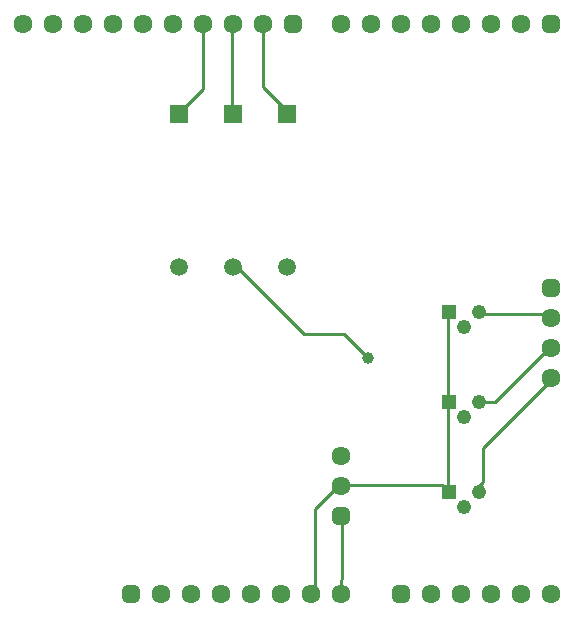
<source format=gbr>
G04 Generated by Ultiboard 14.1 *
%FSLAX34Y34*%
%MOMM*%

%ADD10C,0.0001*%
%ADD11C,0.2540*%
%ADD12C,1.6088*%
%ADD13R,0.5291X0.5291*%
%ADD14C,0.9949*%
%ADD15C,1.0000*%
%ADD16C,1.5000*%
%ADD17R,1.5000X1.5000*%
%ADD18C,1.2446*%
%ADD19R,1.2446X1.2446*%


G04 ColorRGB 00FF00 for the following layer *
%LNCopper Top*%
%LPD*%
G54D10*
G54D11*
X431800Y25400D02*
X428900Y22500D01*
X635000Y259080D02*
X631580Y262500D01*
X577500Y262500D01*
X575840Y264160D01*
X574040Y264160D01*
X548640Y111760D02*
X548640Y112500D01*
X457200Y91440D02*
X457500Y91440D01*
X457500Y37500D01*
X457200Y37200D01*
X457200Y25400D01*
X435000Y28600D02*
X431800Y25400D01*
X548640Y264160D02*
X547500Y264160D01*
X547500Y187960D01*
X548640Y187960D01*
X577500Y120000D02*
X574040Y116540D01*
X574040Y111760D01*
X548640Y187960D02*
X547500Y187960D01*
X547500Y111760D01*
X548640Y111760D01*
X459680Y245320D02*
X480000Y225000D01*
X425800Y245320D02*
X369320Y301800D01*
X459680Y245320D02*
X425800Y245320D01*
X369320Y301800D02*
X365760Y301800D01*
X635000Y206660D02*
X577500Y149160D01*
X635000Y206660D02*
X635000Y208280D01*
X577500Y149160D02*
X577500Y120000D01*
X633110Y233680D02*
X587390Y187960D01*
X574040Y187960D01*
X633110Y233680D02*
X635000Y233680D01*
X548640Y112500D02*
X547500Y112500D01*
X542420Y117580D02*
X456460Y117580D01*
X542420Y117580D02*
X547500Y112500D01*
X455304Y117684D02*
X456356Y117684D01*
X456460Y117580D02*
X456356Y117684D01*
X435000Y97380D02*
X435000Y28600D01*
X455304Y117684D02*
X435000Y97380D01*
X320040Y432624D02*
X340360Y452944D01*
X320040Y432624D02*
X320040Y431800D01*
X340360Y452944D02*
X340360Y508000D01*
X365080Y507320D02*
X365080Y431800D01*
X365760Y431800D01*
X365760Y508000D02*
X365080Y507320D01*
X411480Y434436D02*
X391160Y454756D01*
X411480Y434436D02*
X411480Y431800D01*
X391160Y454756D02*
X391160Y508000D01*
G54D12*
X457200Y25400D03*
X330200Y25400D03*
X304800Y25400D03*
X355600Y25400D03*
X406400Y25400D03*
X381000Y25400D03*
X431800Y25400D03*
X533400Y25400D03*
X558800Y25400D03*
X609600Y25400D03*
X584200Y25400D03*
X635000Y25400D03*
X340360Y508000D03*
X365760Y508000D03*
X391160Y508000D03*
X289560Y508000D03*
X314960Y508000D03*
X264160Y508000D03*
X213360Y508000D03*
X238760Y508000D03*
X187960Y508000D03*
X457200Y508000D03*
X584200Y508000D03*
X609600Y508000D03*
X558800Y508000D03*
X508000Y508000D03*
X533400Y508000D03*
X482600Y508000D03*
X457200Y116840D03*
X457200Y142240D03*
X635000Y233680D03*
X635000Y259080D03*
X635000Y208280D03*
G54D13*
X279400Y25400D03*
X508000Y25400D03*
X416560Y508000D03*
X635000Y508000D03*
X457200Y91440D03*
X635000Y284480D03*
G54D14*
X276755Y22755D02*
X282045Y22755D01*
X282045Y28045D01*
X276755Y28045D01*
X276755Y22755D01*D02*
X505355Y22755D02*
X510645Y22755D01*
X510645Y28045D01*
X505355Y28045D01*
X505355Y22755D01*D02*
X413915Y505355D02*
X419205Y505355D01*
X419205Y510645D01*
X413915Y510645D01*
X413915Y505355D01*D02*
X632355Y505355D02*
X637645Y505355D01*
X637645Y510645D01*
X632355Y510645D01*
X632355Y505355D01*D02*
X454555Y88795D02*
X459845Y88795D01*
X459845Y94085D01*
X454555Y94085D01*
X454555Y88795D01*D02*
X632355Y281835D02*
X637645Y281835D01*
X637645Y287125D01*
X632355Y287125D01*
X632355Y281835D01*D02*
G54D15*
X480000Y225000D03*
G54D16*
X320040Y301800D03*
X365760Y301800D03*
X411480Y301800D03*
G54D17*
X320040Y431800D03*
X365760Y431800D03*
X411480Y431800D03*
G54D18*
X574040Y187960D03*
X561340Y175260D03*
X574040Y111760D03*
X561340Y99060D03*
X574040Y264160D03*
X561340Y251460D03*
G54D19*
X548640Y187960D03*
X548640Y111760D03*
X548640Y264160D03*

M02*

</source>
